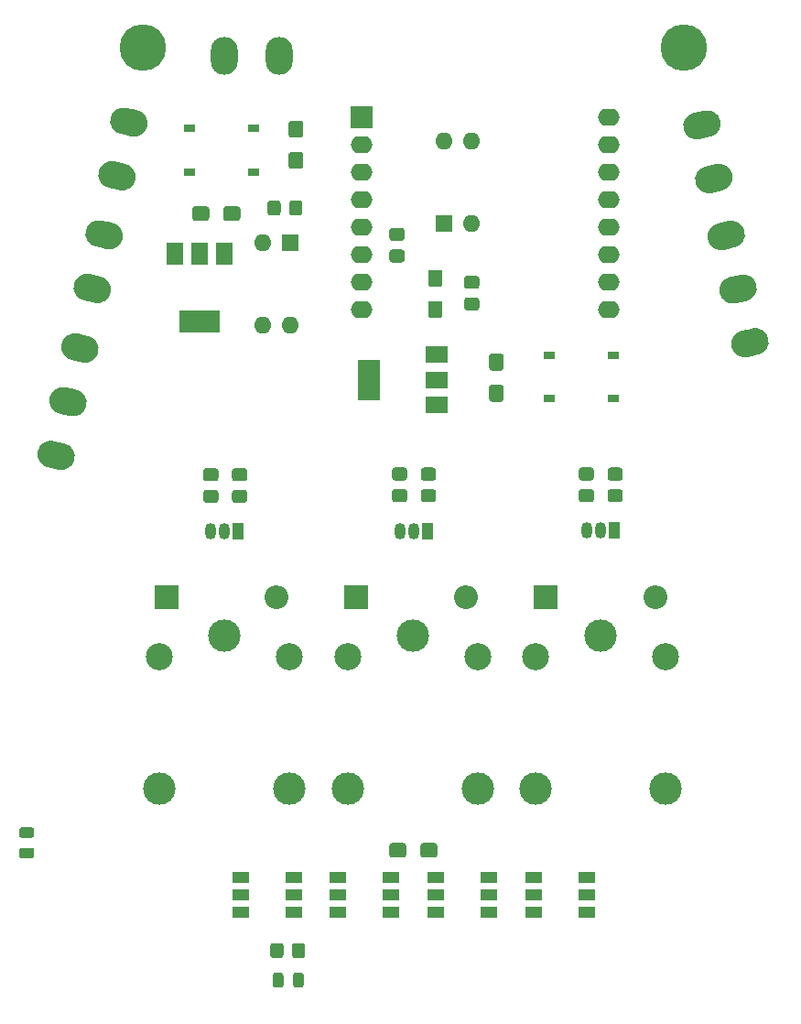
<source format=gbr>
%TF.GenerationSoftware,KiCad,Pcbnew,5.1.9*%
%TF.CreationDate,2021-02-19T00:33:09+01:00*%
%TF.ProjectId,klingel,6b6c696e-6765-46c2-9e6b-696361645f70,rev?*%
%TF.SameCoordinates,Original*%
%TF.FileFunction,Soldermask,Top*%
%TF.FilePolarity,Negative*%
%FSLAX46Y46*%
G04 Gerber Fmt 4.6, Leading zero omitted, Abs format (unit mm)*
G04 Created by KiCad (PCBNEW 5.1.9) date 2021-02-19 00:33:09*
%MOMM*%
%LPD*%
G01*
G04 APERTURE LIST*
%ADD10O,2.000000X1.600000*%
%ADD11R,2.000000X2.000000*%
%ADD12O,1.600000X1.600000*%
%ADD13R,1.600000X1.600000*%
%ADD14C,4.300000*%
%ADD15R,1.500000X2.000000*%
%ADD16R,3.800000X2.000000*%
%ADD17R,2.000000X1.500000*%
%ADD18R,2.000000X3.800000*%
%ADD19R,1.050000X1.500000*%
%ADD20O,1.050000X1.500000*%
%ADD21C,3.000000*%
%ADD22C,2.500000*%
%ADD23O,2.500000X3.500000*%
%ADD24R,1.500000X1.000000*%
%ADD25O,2.200000X2.200000*%
%ADD26R,2.200000X2.200000*%
%ADD27R,1.000000X0.700000*%
G04 APERTURE END LIST*
%TO.C,R12*%
G36*
G01*
X98049999Y-63650000D02*
X98950001Y-63650000D01*
G75*
G02*
X99200000Y-63899999I0J-249999D01*
G01*
X99200000Y-64600001D01*
G75*
G02*
X98950001Y-64850000I-249999J0D01*
G01*
X98049999Y-64850000D01*
G75*
G02*
X97800000Y-64600001I0J249999D01*
G01*
X97800000Y-63899999D01*
G75*
G02*
X98049999Y-63650000I249999J0D01*
G01*
G37*
G36*
G01*
X98049999Y-61650000D02*
X98950001Y-61650000D01*
G75*
G02*
X99200000Y-61899999I0J-249999D01*
G01*
X99200000Y-62600001D01*
G75*
G02*
X98950001Y-62850000I-249999J0D01*
G01*
X98049999Y-62850000D01*
G75*
G02*
X97800000Y-62600001I0J249999D01*
G01*
X97800000Y-61899999D01*
G75*
G02*
X98049999Y-61650000I249999J0D01*
G01*
G37*
%TD*%
%TO.C,D11*%
G36*
G01*
X64706250Y-118050000D02*
X63793750Y-118050000D01*
G75*
G02*
X63550000Y-117806250I0J243750D01*
G01*
X63550000Y-117318750D01*
G75*
G02*
X63793750Y-117075000I243750J0D01*
G01*
X64706250Y-117075000D01*
G75*
G02*
X64950000Y-117318750I0J-243750D01*
G01*
X64950000Y-117806250D01*
G75*
G02*
X64706250Y-118050000I-243750J0D01*
G01*
G37*
G36*
G01*
X64706250Y-119925000D02*
X63793750Y-119925000D01*
G75*
G02*
X63550000Y-119681250I0J243750D01*
G01*
X63550000Y-119193750D01*
G75*
G02*
X63793750Y-118950000I243750J0D01*
G01*
X64706250Y-118950000D01*
G75*
G02*
X64950000Y-119193750I0J-243750D01*
G01*
X64950000Y-119681250D01*
G75*
G02*
X64706250Y-119925000I-243750J0D01*
G01*
G37*
%TD*%
D10*
%TO.C,U3*%
X118110000Y-51435000D03*
X118110000Y-53975000D03*
X118110000Y-56515000D03*
X118110000Y-59055000D03*
X118110000Y-61595000D03*
X118110000Y-64135000D03*
X118110000Y-66675000D03*
X118110000Y-69215000D03*
X95250000Y-69215000D03*
X95250000Y-66675000D03*
X95250000Y-64135000D03*
X95250000Y-61595000D03*
X95250000Y-59055000D03*
X95250000Y-56515000D03*
D11*
X95250000Y-51435000D03*
D10*
X95250000Y-53975000D03*
%TD*%
%TO.C,C5*%
G36*
G01*
X99362500Y-118764499D02*
X99362500Y-119614501D01*
G75*
G02*
X99112501Y-119864500I-249999J0D01*
G01*
X98037499Y-119864500D01*
G75*
G02*
X97787500Y-119614501I0J249999D01*
G01*
X97787500Y-118764499D01*
G75*
G02*
X98037499Y-118514500I249999J0D01*
G01*
X99112501Y-118514500D01*
G75*
G02*
X99362500Y-118764499I0J-249999D01*
G01*
G37*
G36*
G01*
X102237500Y-118764499D02*
X102237500Y-119614501D01*
G75*
G02*
X101987501Y-119864500I-249999J0D01*
G01*
X100912499Y-119864500D01*
G75*
G02*
X100662500Y-119614501I0J249999D01*
G01*
X100662500Y-118764499D01*
G75*
G02*
X100912499Y-118514500I249999J0D01*
G01*
X101987501Y-118514500D01*
G75*
G02*
X102237500Y-118764499I0J-249999D01*
G01*
G37*
%TD*%
D12*
%TO.C,U5*%
X88646000Y-70612000D03*
X86106000Y-62992000D03*
X86106000Y-70612000D03*
D13*
X88646000Y-62992000D03*
%TD*%
%TO.C,J4*%
G36*
G01*
X72384645Y-55507202D02*
X73360941Y-55723642D01*
G75*
G02*
X74310761Y-57214562I-270550J-1220370D01*
G01*
X74310761Y-57214562D01*
G75*
G02*
X72819841Y-58164382I-1220370J270550D01*
G01*
X71843545Y-57947942D01*
G75*
G02*
X70893725Y-56457022I270550J1220370D01*
G01*
X70893725Y-56457022D01*
G75*
G02*
X72384645Y-55507202I1220370J-270550D01*
G01*
G37*
G36*
G01*
X73484159Y-50547618D02*
X74460455Y-50764058D01*
G75*
G02*
X75410275Y-52254978I-270550J-1220370D01*
G01*
X75410275Y-52254978D01*
G75*
G02*
X73919355Y-53204798I-1220370J270550D01*
G01*
X72943059Y-52988358D01*
G75*
G02*
X71993239Y-51497438I270550J1220370D01*
G01*
X71993239Y-51497438D01*
G75*
G02*
X73484159Y-50547618I1220370J-270550D01*
G01*
G37*
%TD*%
D14*
%TO.C,H2*%
X125000000Y-45000000D03*
%TD*%
%TO.C,H1*%
X75000000Y-45000000D03*
%TD*%
%TO.C,C4*%
G36*
G01*
X82438000Y-60750001D02*
X82438000Y-59899999D01*
G75*
G02*
X82687999Y-59650000I249999J0D01*
G01*
X83763001Y-59650000D01*
G75*
G02*
X84013000Y-59899999I0J-249999D01*
G01*
X84013000Y-60750001D01*
G75*
G02*
X83763001Y-61000000I-249999J0D01*
G01*
X82687999Y-61000000D01*
G75*
G02*
X82438000Y-60750001I0J249999D01*
G01*
G37*
G36*
G01*
X79563000Y-60750001D02*
X79563000Y-59899999D01*
G75*
G02*
X79812999Y-59650000I249999J0D01*
G01*
X80888001Y-59650000D01*
G75*
G02*
X81138000Y-59899999I0J-249999D01*
G01*
X81138000Y-60750001D01*
G75*
G02*
X80888001Y-61000000I-249999J0D01*
G01*
X79812999Y-61000000D01*
G75*
G02*
X79563000Y-60750001I0J249999D01*
G01*
G37*
%TD*%
%TO.C,C3*%
G36*
G01*
X102469501Y-67104500D02*
X101619499Y-67104500D01*
G75*
G02*
X101369500Y-66854501I0J249999D01*
G01*
X101369500Y-65779499D01*
G75*
G02*
X101619499Y-65529500I249999J0D01*
G01*
X102469501Y-65529500D01*
G75*
G02*
X102719500Y-65779499I0J-249999D01*
G01*
X102719500Y-66854501D01*
G75*
G02*
X102469501Y-67104500I-249999J0D01*
G01*
G37*
G36*
G01*
X102469501Y-69979500D02*
X101619499Y-69979500D01*
G75*
G02*
X101369500Y-69729501I0J249999D01*
G01*
X101369500Y-68654499D01*
G75*
G02*
X101619499Y-68404500I249999J0D01*
G01*
X102469501Y-68404500D01*
G75*
G02*
X102719500Y-68654499I0J-249999D01*
G01*
X102719500Y-69729501D01*
G75*
G02*
X102469501Y-69979500I-249999J0D01*
G01*
G37*
%TD*%
%TO.C,C2*%
G36*
G01*
X89579001Y-53325000D02*
X88728999Y-53325000D01*
G75*
G02*
X88479000Y-53075001I0J249999D01*
G01*
X88479000Y-51999999D01*
G75*
G02*
X88728999Y-51750000I249999J0D01*
G01*
X89579001Y-51750000D01*
G75*
G02*
X89829000Y-51999999I0J-249999D01*
G01*
X89829000Y-53075001D01*
G75*
G02*
X89579001Y-53325000I-249999J0D01*
G01*
G37*
G36*
G01*
X89579001Y-56200000D02*
X88728999Y-56200000D01*
G75*
G02*
X88479000Y-55950001I0J249999D01*
G01*
X88479000Y-54874999D01*
G75*
G02*
X88728999Y-54625000I249999J0D01*
G01*
X89579001Y-54625000D01*
G75*
G02*
X89829000Y-54874999I0J-249999D01*
G01*
X89829000Y-55950001D01*
G75*
G02*
X89579001Y-56200000I-249999J0D01*
G01*
G37*
%TD*%
%TO.C,C1*%
G36*
G01*
X107270999Y-76151500D02*
X108121001Y-76151500D01*
G75*
G02*
X108371000Y-76401499I0J-249999D01*
G01*
X108371000Y-77476501D01*
G75*
G02*
X108121001Y-77726500I-249999J0D01*
G01*
X107270999Y-77726500D01*
G75*
G02*
X107021000Y-77476501I0J249999D01*
G01*
X107021000Y-76401499D01*
G75*
G02*
X107270999Y-76151500I249999J0D01*
G01*
G37*
G36*
G01*
X107270999Y-73276500D02*
X108121001Y-73276500D01*
G75*
G02*
X108371000Y-73526499I0J-249999D01*
G01*
X108371000Y-74601501D01*
G75*
G02*
X108121001Y-74851500I-249999J0D01*
G01*
X107270999Y-74851500D01*
G75*
G02*
X107021000Y-74601501I0J249999D01*
G01*
X107021000Y-73526499D01*
G75*
G02*
X107270999Y-73276500I249999J0D01*
G01*
G37*
%TD*%
D12*
%TO.C,U4*%
X102870000Y-53594000D03*
X105410000Y-61214000D03*
X105410000Y-53594000D03*
D13*
X102870000Y-61214000D03*
%TD*%
D15*
%TO.C,U2*%
X82564000Y-64033000D03*
X77964000Y-64033000D03*
X80264000Y-64033000D03*
D16*
X80264000Y-70333000D03*
%TD*%
D17*
%TO.C,U1*%
X102210000Y-77992000D03*
X102210000Y-73392000D03*
X102210000Y-75692000D03*
D18*
X95910000Y-75692000D03*
%TD*%
%TO.C,R9*%
G36*
G01*
X87992000Y-128010499D02*
X87992000Y-128910501D01*
G75*
G02*
X87742001Y-129160500I-249999J0D01*
G01*
X87041999Y-129160500D01*
G75*
G02*
X86792000Y-128910501I0J249999D01*
G01*
X86792000Y-128010499D01*
G75*
G02*
X87041999Y-127760500I249999J0D01*
G01*
X87742001Y-127760500D01*
G75*
G02*
X87992000Y-128010499I0J-249999D01*
G01*
G37*
G36*
G01*
X89992000Y-128010499D02*
X89992000Y-128910501D01*
G75*
G02*
X89742001Y-129160500I-249999J0D01*
G01*
X89041999Y-129160500D01*
G75*
G02*
X88792000Y-128910501I0J249999D01*
G01*
X88792000Y-128010499D01*
G75*
G02*
X89041999Y-127760500I249999J0D01*
G01*
X89742001Y-127760500D01*
G75*
G02*
X89992000Y-128010499I0J-249999D01*
G01*
G37*
%TD*%
%TO.C,R8*%
G36*
G01*
X83496999Y-85871000D02*
X84397001Y-85871000D01*
G75*
G02*
X84647000Y-86120999I0J-249999D01*
G01*
X84647000Y-86821001D01*
G75*
G02*
X84397001Y-87071000I-249999J0D01*
G01*
X83496999Y-87071000D01*
G75*
G02*
X83247000Y-86821001I0J249999D01*
G01*
X83247000Y-86120999D01*
G75*
G02*
X83496999Y-85871000I249999J0D01*
G01*
G37*
G36*
G01*
X83496999Y-83871000D02*
X84397001Y-83871000D01*
G75*
G02*
X84647000Y-84120999I0J-249999D01*
G01*
X84647000Y-84821001D01*
G75*
G02*
X84397001Y-85071000I-249999J0D01*
G01*
X83496999Y-85071000D01*
G75*
G02*
X83247000Y-84821001I0J249999D01*
G01*
X83247000Y-84120999D01*
G75*
G02*
X83496999Y-83871000I249999J0D01*
G01*
G37*
%TD*%
%TO.C,R7*%
G36*
G01*
X99192501Y-85007500D02*
X98292499Y-85007500D01*
G75*
G02*
X98042500Y-84757501I0J249999D01*
G01*
X98042500Y-84057499D01*
G75*
G02*
X98292499Y-83807500I249999J0D01*
G01*
X99192501Y-83807500D01*
G75*
G02*
X99442500Y-84057499I0J-249999D01*
G01*
X99442500Y-84757501D01*
G75*
G02*
X99192501Y-85007500I-249999J0D01*
G01*
G37*
G36*
G01*
X99192501Y-87007500D02*
X98292499Y-87007500D01*
G75*
G02*
X98042500Y-86757501I0J249999D01*
G01*
X98042500Y-86057499D01*
G75*
G02*
X98292499Y-85807500I249999J0D01*
G01*
X99192501Y-85807500D01*
G75*
G02*
X99442500Y-86057499I0J-249999D01*
G01*
X99442500Y-86757501D01*
G75*
G02*
X99192501Y-87007500I-249999J0D01*
G01*
G37*
%TD*%
%TO.C,R6*%
G36*
G01*
X88538000Y-60267001D02*
X88538000Y-59366999D01*
G75*
G02*
X88787999Y-59117000I249999J0D01*
G01*
X89488001Y-59117000D01*
G75*
G02*
X89738000Y-59366999I0J-249999D01*
G01*
X89738000Y-60267001D01*
G75*
G02*
X89488001Y-60517000I-249999J0D01*
G01*
X88787999Y-60517000D01*
G75*
G02*
X88538000Y-60267001I0J249999D01*
G01*
G37*
G36*
G01*
X86538000Y-60267001D02*
X86538000Y-59366999D01*
G75*
G02*
X86787999Y-59117000I249999J0D01*
G01*
X87488001Y-59117000D01*
G75*
G02*
X87738000Y-59366999I0J-249999D01*
G01*
X87738000Y-60267001D01*
G75*
G02*
X87488001Y-60517000I-249999J0D01*
G01*
X86787999Y-60517000D01*
G75*
G02*
X86538000Y-60267001I0J249999D01*
G01*
G37*
%TD*%
%TO.C,R5*%
G36*
G01*
X104959999Y-68091000D02*
X105860001Y-68091000D01*
G75*
G02*
X106110000Y-68340999I0J-249999D01*
G01*
X106110000Y-69041001D01*
G75*
G02*
X105860001Y-69291000I-249999J0D01*
G01*
X104959999Y-69291000D01*
G75*
G02*
X104710000Y-69041001I0J249999D01*
G01*
X104710000Y-68340999D01*
G75*
G02*
X104959999Y-68091000I249999J0D01*
G01*
G37*
G36*
G01*
X104959999Y-66091000D02*
X105860001Y-66091000D01*
G75*
G02*
X106110000Y-66340999I0J-249999D01*
G01*
X106110000Y-67041001D01*
G75*
G02*
X105860001Y-67291000I-249999J0D01*
G01*
X104959999Y-67291000D01*
G75*
G02*
X104710000Y-67041001I0J249999D01*
G01*
X104710000Y-66340999D01*
G75*
G02*
X104959999Y-66091000I249999J0D01*
G01*
G37*
%TD*%
%TO.C,R4*%
G36*
G01*
X116464501Y-85007500D02*
X115564499Y-85007500D01*
G75*
G02*
X115314500Y-84757501I0J249999D01*
G01*
X115314500Y-84057499D01*
G75*
G02*
X115564499Y-83807500I249999J0D01*
G01*
X116464501Y-83807500D01*
G75*
G02*
X116714500Y-84057499I0J-249999D01*
G01*
X116714500Y-84757501D01*
G75*
G02*
X116464501Y-85007500I-249999J0D01*
G01*
G37*
G36*
G01*
X116464501Y-87007500D02*
X115564499Y-87007500D01*
G75*
G02*
X115314500Y-86757501I0J249999D01*
G01*
X115314500Y-86057499D01*
G75*
G02*
X115564499Y-85807500I249999J0D01*
G01*
X116464501Y-85807500D01*
G75*
G02*
X116714500Y-86057499I0J-249999D01*
G01*
X116714500Y-86757501D01*
G75*
G02*
X116464501Y-87007500I-249999J0D01*
G01*
G37*
%TD*%
%TO.C,R3*%
G36*
G01*
X101859501Y-85007500D02*
X100959499Y-85007500D01*
G75*
G02*
X100709500Y-84757501I0J249999D01*
G01*
X100709500Y-84057499D01*
G75*
G02*
X100959499Y-83807500I249999J0D01*
G01*
X101859501Y-83807500D01*
G75*
G02*
X102109500Y-84057499I0J-249999D01*
G01*
X102109500Y-84757501D01*
G75*
G02*
X101859501Y-85007500I-249999J0D01*
G01*
G37*
G36*
G01*
X101859501Y-87007500D02*
X100959499Y-87007500D01*
G75*
G02*
X100709500Y-86757501I0J249999D01*
G01*
X100709500Y-86057499D01*
G75*
G02*
X100959499Y-85807500I249999J0D01*
G01*
X101859501Y-85807500D01*
G75*
G02*
X102109500Y-86057499I0J-249999D01*
G01*
X102109500Y-86757501D01*
G75*
G02*
X101859501Y-87007500I-249999J0D01*
G01*
G37*
%TD*%
%TO.C,R2*%
G36*
G01*
X118231499Y-85807500D02*
X119131501Y-85807500D01*
G75*
G02*
X119381500Y-86057499I0J-249999D01*
G01*
X119381500Y-86757501D01*
G75*
G02*
X119131501Y-87007500I-249999J0D01*
G01*
X118231499Y-87007500D01*
G75*
G02*
X117981500Y-86757501I0J249999D01*
G01*
X117981500Y-86057499D01*
G75*
G02*
X118231499Y-85807500I249999J0D01*
G01*
G37*
G36*
G01*
X118231499Y-83807500D02*
X119131501Y-83807500D01*
G75*
G02*
X119381500Y-84057499I0J-249999D01*
G01*
X119381500Y-84757501D01*
G75*
G02*
X119131501Y-85007500I-249999J0D01*
G01*
X118231499Y-85007500D01*
G75*
G02*
X117981500Y-84757501I0J249999D01*
G01*
X117981500Y-84057499D01*
G75*
G02*
X118231499Y-83807500I249999J0D01*
G01*
G37*
%TD*%
%TO.C,R1*%
G36*
G01*
X81730001Y-85071000D02*
X80829999Y-85071000D01*
G75*
G02*
X80580000Y-84821001I0J249999D01*
G01*
X80580000Y-84120999D01*
G75*
G02*
X80829999Y-83871000I249999J0D01*
G01*
X81730001Y-83871000D01*
G75*
G02*
X81980000Y-84120999I0J-249999D01*
G01*
X81980000Y-84821001D01*
G75*
G02*
X81730001Y-85071000I-249999J0D01*
G01*
G37*
G36*
G01*
X81730001Y-87071000D02*
X80829999Y-87071000D01*
G75*
G02*
X80580000Y-86821001I0J249999D01*
G01*
X80580000Y-86120999D01*
G75*
G02*
X80829999Y-85871000I249999J0D01*
G01*
X81730001Y-85871000D01*
G75*
G02*
X81980000Y-86120999I0J-249999D01*
G01*
X81980000Y-86821001D01*
G75*
G02*
X81730001Y-87071000I-249999J0D01*
G01*
G37*
%TD*%
D19*
%TO.C,Q3*%
X118618000Y-89598500D03*
D20*
X116078000Y-89598500D03*
X117348000Y-89598500D03*
%TD*%
D19*
%TO.C,Q2*%
X83820000Y-89662000D03*
D20*
X81280000Y-89662000D03*
X82550000Y-89662000D03*
%TD*%
D19*
%TO.C,Q1*%
X101282500Y-89662000D03*
D20*
X98742500Y-89662000D03*
X100012500Y-89662000D03*
%TD*%
D21*
%TO.C,K3*%
X100000000Y-99314000D03*
D22*
X105950000Y-101264000D03*
D21*
X106000000Y-113514000D03*
X93950000Y-113464000D03*
D22*
X93950000Y-101264000D03*
%TD*%
D21*
%TO.C,K2*%
X82550000Y-99314000D03*
D22*
X88500000Y-101264000D03*
D21*
X88550000Y-113514000D03*
X76500000Y-113464000D03*
D22*
X76500000Y-101264000D03*
%TD*%
D21*
%TO.C,K1*%
X117348000Y-99314000D03*
D22*
X123298000Y-101264000D03*
D21*
X123348000Y-113514000D03*
X111298000Y-113464000D03*
D22*
X111298000Y-101264000D03*
%TD*%
D23*
%TO.C,J6*%
X82550000Y-45720000D03*
X87630000Y-45720000D03*
%TD*%
%TO.C,J5*%
G36*
G01*
X70098645Y-65921202D02*
X71074941Y-66137642D01*
G75*
G02*
X72024761Y-67628562I-270550J-1220370D01*
G01*
X72024761Y-67628562D01*
G75*
G02*
X70533841Y-68578382I-1220370J270550D01*
G01*
X69557545Y-68361942D01*
G75*
G02*
X68607725Y-66871022I270550J1220370D01*
G01*
X68607725Y-66871022D01*
G75*
G02*
X70098645Y-65921202I1220370J-270550D01*
G01*
G37*
G36*
G01*
X71198159Y-60961618D02*
X72174455Y-61178058D01*
G75*
G02*
X73124275Y-62668978I-270550J-1220370D01*
G01*
X73124275Y-62668978D01*
G75*
G02*
X71633355Y-63618798I-1220370J270550D01*
G01*
X70657059Y-63402358D01*
G75*
G02*
X69707239Y-61911438I270550J1220370D01*
G01*
X69707239Y-61911438D01*
G75*
G02*
X71198159Y-60961618I1220370J-270550D01*
G01*
G37*
%TD*%
%TO.C,J3*%
G36*
G01*
X129707185Y-63462566D02*
X128730889Y-63679006D01*
G75*
G02*
X127239969Y-62729186I-270550J1220370D01*
G01*
X127239969Y-62729186D01*
G75*
G02*
X128189789Y-61238266I1220370J270550D01*
G01*
X129166085Y-61021826D01*
G75*
G02*
X130657005Y-61971646I270550J-1220370D01*
G01*
X130657005Y-61971646D01*
G75*
G02*
X129707185Y-63462566I-1220370J-270550D01*
G01*
G37*
G36*
G01*
X130806698Y-68422150D02*
X129830402Y-68638590D01*
G75*
G02*
X128339482Y-67688770I-270550J1220370D01*
G01*
X128339482Y-67688770D01*
G75*
G02*
X129289302Y-66197850I1220370J270550D01*
G01*
X130265598Y-65981410D01*
G75*
G02*
X131756518Y-66931230I270550J-1220370D01*
G01*
X131756518Y-66931230D01*
G75*
G02*
X130806698Y-68422150I-1220370J-270550D01*
G01*
G37*
G36*
G01*
X131906211Y-73381734D02*
X130929915Y-73598174D01*
G75*
G02*
X129438995Y-72648354I-270550J1220370D01*
G01*
X129438995Y-72648354D01*
G75*
G02*
X130388815Y-71157434I1220370J270550D01*
G01*
X131365111Y-70940994D01*
G75*
G02*
X132856031Y-71890814I270550J-1220370D01*
G01*
X132856031Y-71890814D01*
G75*
G02*
X131906211Y-73381734I-1220370J-270550D01*
G01*
G37*
%TD*%
%TO.C,J2*%
G36*
G01*
X127462941Y-53242358D02*
X126486645Y-53458798D01*
G75*
G02*
X124995725Y-52508978I-270550J1220370D01*
G01*
X124995725Y-52508978D01*
G75*
G02*
X125945545Y-51018058I1220370J270550D01*
G01*
X126921841Y-50801618D01*
G75*
G02*
X128412761Y-51751438I270550J-1220370D01*
G01*
X128412761Y-51751438D01*
G75*
G02*
X127462941Y-53242358I-1220370J-270550D01*
G01*
G37*
G36*
G01*
X128562455Y-58201942D02*
X127586159Y-58418382D01*
G75*
G02*
X126095239Y-57468562I-270550J1220370D01*
G01*
X126095239Y-57468562D01*
G75*
G02*
X127045059Y-55977642I1220370J270550D01*
G01*
X128021355Y-55761202D01*
G75*
G02*
X129512275Y-56711022I270550J-1220370D01*
G01*
X129512275Y-56711022D01*
G75*
G02*
X128562455Y-58201942I-1220370J-270550D01*
G01*
G37*
%TD*%
%TO.C,J1*%
G36*
G01*
X66754889Y-81354994D02*
X67731185Y-81571434D01*
G75*
G02*
X68681005Y-83062354I-270550J-1220370D01*
G01*
X68681005Y-83062354D01*
G75*
G02*
X67190085Y-84012174I-1220370J270550D01*
G01*
X66213789Y-83795734D01*
G75*
G02*
X65263969Y-82304814I270550J1220370D01*
G01*
X65263969Y-82304814D01*
G75*
G02*
X66754889Y-81354994I1220370J-270550D01*
G01*
G37*
G36*
G01*
X67854402Y-76395410D02*
X68830698Y-76611850D01*
G75*
G02*
X69780518Y-78102770I-270550J-1220370D01*
G01*
X69780518Y-78102770D01*
G75*
G02*
X68289598Y-79052590I-1220370J270550D01*
G01*
X67313302Y-78836150D01*
G75*
G02*
X66363482Y-77345230I270550J1220370D01*
G01*
X66363482Y-77345230D01*
G75*
G02*
X67854402Y-76395410I1220370J-270550D01*
G01*
G37*
G36*
G01*
X68953915Y-71435826D02*
X69930211Y-71652266D01*
G75*
G02*
X70880031Y-73143186I-270550J-1220370D01*
G01*
X70880031Y-73143186D01*
G75*
G02*
X69389111Y-74093006I-1220370J270550D01*
G01*
X68412815Y-73876566D01*
G75*
G02*
X67462995Y-72385646I270550J1220370D01*
G01*
X67462995Y-72385646D01*
G75*
G02*
X68953915Y-71435826I1220370J-270550D01*
G01*
G37*
%TD*%
D24*
%TO.C,D10*%
X111151500Y-121717000D03*
X111151500Y-123317000D03*
X111151500Y-124917000D03*
X116051500Y-121717000D03*
X116051500Y-123317000D03*
X116051500Y-124917000D03*
%TD*%
%TO.C,D9*%
X102071000Y-121717000D03*
X102071000Y-123317000D03*
X102071000Y-124917000D03*
X106971000Y-121717000D03*
X106971000Y-123317000D03*
X106971000Y-124917000D03*
%TD*%
%TO.C,D8*%
X93054000Y-121717000D03*
X93054000Y-123317000D03*
X93054000Y-124917000D03*
X97954000Y-121717000D03*
X97954000Y-123317000D03*
X97954000Y-124917000D03*
%TD*%
%TO.C,D7*%
X84037000Y-121717000D03*
X84037000Y-123317000D03*
X84037000Y-124917000D03*
X88937000Y-121717000D03*
X88937000Y-123317000D03*
X88937000Y-124917000D03*
%TD*%
D25*
%TO.C,D6*%
X104902000Y-95758000D03*
D26*
X94742000Y-95758000D03*
%TD*%
%TO.C,D5*%
G36*
G01*
X88893000Y-131647250D02*
X88893000Y-130734750D01*
G75*
G02*
X89136750Y-130491000I243750J0D01*
G01*
X89624250Y-130491000D01*
G75*
G02*
X89868000Y-130734750I0J-243750D01*
G01*
X89868000Y-131647250D01*
G75*
G02*
X89624250Y-131891000I-243750J0D01*
G01*
X89136750Y-131891000D01*
G75*
G02*
X88893000Y-131647250I0J243750D01*
G01*
G37*
G36*
G01*
X87018000Y-131647250D02*
X87018000Y-130734750D01*
G75*
G02*
X87261750Y-130491000I243750J0D01*
G01*
X87749250Y-130491000D01*
G75*
G02*
X87993000Y-130734750I0J-243750D01*
G01*
X87993000Y-131647250D01*
G75*
G02*
X87749250Y-131891000I-243750J0D01*
G01*
X87261750Y-131891000D01*
G75*
G02*
X87018000Y-131647250I0J243750D01*
G01*
G37*
%TD*%
D27*
%TO.C,D4*%
X79321000Y-56483000D03*
X79321000Y-52483000D03*
X85271000Y-52483000D03*
X85271000Y-56483000D03*
%TD*%
%TO.C,D3*%
X118545000Y-73438000D03*
X118545000Y-77438000D03*
X112595000Y-77438000D03*
X112595000Y-73438000D03*
%TD*%
D25*
%TO.C,D2*%
X87376000Y-95758000D03*
D26*
X77216000Y-95758000D03*
%TD*%
D25*
%TO.C,D1*%
X122428000Y-95758000D03*
D26*
X112268000Y-95758000D03*
%TD*%
M02*

</source>
